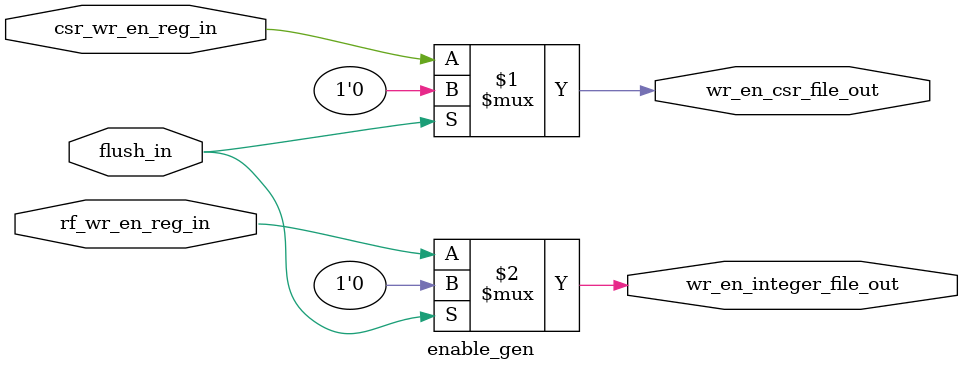
<source format=v>
module enable_gen (flush_in,rf_wr_en_reg_in,csr_wr_en_reg_in,wr_en_integer_file_out,wr_en_csr_file_out);
    
    input flush_in,rf_wr_en_reg_in,csr_wr_en_reg_in;
    output wr_en_csr_file_out,wr_en_integer_file_out;

assign wr_en_csr_file_out = (flush_in) ? 1'b0 : csr_wr_en_reg_in;
assign  wr_en_integer_file_out = flush_in ? 1'b0 : rf_wr_en_reg_in;

endmodule
</source>
